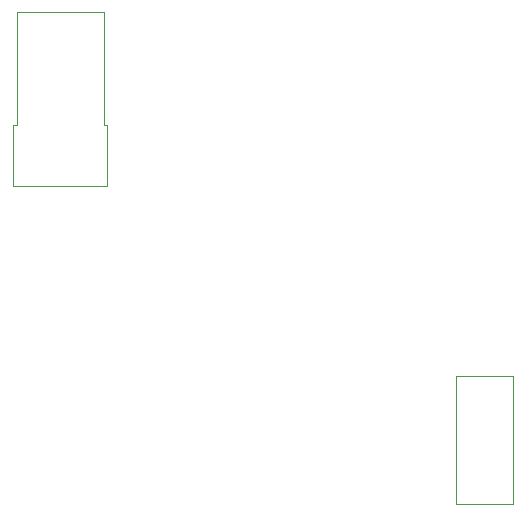
<source format=gbr>
G04 #@! TF.GenerationSoftware,KiCad,Pcbnew,7.0.5-unknown-202306101748~6fbdf8f0e2~ubuntu22.04.1*
G04 #@! TF.CreationDate,2023-07-24T18:09:27+01:00*
G04 #@! TF.ProjectId,pico_rx,7069636f-5f72-4782-9e6b-696361645f70,rev?*
G04 #@! TF.SameCoordinates,Original*
G04 #@! TF.FileFunction,Other,User*
%FSLAX46Y46*%
G04 Gerber Fmt 4.6, Leading zero omitted, Abs format (unit mm)*
G04 Created by KiCad (PCBNEW 7.0.5-unknown-202306101748~6fbdf8f0e2~ubuntu22.04.1) date 2023-07-24 18:09:27*
%MOMM*%
%LPD*%
G01*
G04 APERTURE LIST*
%ADD10C,0.050000*%
G04 APERTURE END LIST*
D10*
X119824000Y-105416000D02*
X111824000Y-105416000D01*
X119824000Y-100216000D02*
X119824000Y-105416000D01*
X119504000Y-100216000D02*
X119824000Y-100216000D01*
X119504000Y-90696000D02*
X119504000Y-100216000D01*
X112144000Y-100216000D02*
X112144000Y-90696000D01*
X112144000Y-90696000D02*
X119504000Y-90696000D01*
X111824000Y-100216000D02*
X112144000Y-100216000D01*
X111824000Y-100216000D02*
X111824000Y-105416000D01*
X154165000Y-121455000D02*
X154165000Y-132355000D01*
X149365000Y-121455000D02*
X154165000Y-121455000D01*
X154165000Y-132355000D02*
X149365000Y-132355000D01*
X149365000Y-132355000D02*
X149365000Y-121455000D01*
M02*

</source>
